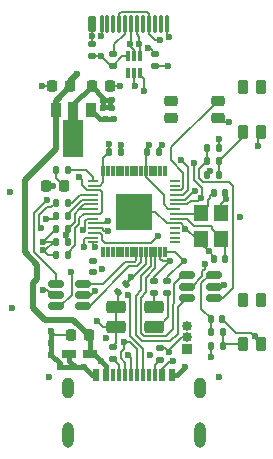
<source format=gbr>
G04 #@! TF.GenerationSoftware,KiCad,Pcbnew,8.0.5*
G04 #@! TF.CreationDate,2024-11-16T16:19:56+03:00*
G04 #@! TF.ProjectId,USB_duck_v2,5553425f-6475-4636-9b5f-76322e6b6963,rev?*
G04 #@! TF.SameCoordinates,Original*
G04 #@! TF.FileFunction,Copper,L1,Top*
G04 #@! TF.FilePolarity,Positive*
%FSLAX46Y46*%
G04 Gerber Fmt 4.6, Leading zero omitted, Abs format (unit mm)*
G04 Created by KiCad (PCBNEW 8.0.5) date 2024-11-16 16:19:56*
%MOMM*%
%LPD*%
G01*
G04 APERTURE LIST*
G04 Aperture macros list*
%AMRoundRect*
0 Rectangle with rounded corners*
0 $1 Rounding radius*
0 $2 $3 $4 $5 $6 $7 $8 $9 X,Y pos of 4 corners*
0 Add a 4 corners polygon primitive as box body*
4,1,4,$2,$3,$4,$5,$6,$7,$8,$9,$2,$3,0*
0 Add four circle primitives for the rounded corners*
1,1,$1+$1,$2,$3*
1,1,$1+$1,$4,$5*
1,1,$1+$1,$6,$7*
1,1,$1+$1,$8,$9*
0 Add four rect primitives between the rounded corners*
20,1,$1+$1,$2,$3,$4,$5,0*
20,1,$1+$1,$4,$5,$6,$7,0*
20,1,$1+$1,$6,$7,$8,$9,0*
20,1,$1+$1,$8,$9,$2,$3,0*%
%AMFreePoly0*
4,1,9,3.862500,-0.866500,0.737500,-0.866500,0.737500,-0.450000,-0.737500,-0.450000,-0.737500,0.450000,0.737500,0.450000,0.737500,0.866500,3.862500,0.866500,3.862500,-0.866500,3.862500,-0.866500,$1*%
G04 Aperture macros list end*
G04 #@! TA.AperFunction,SMDPad,CuDef*
%ADD10RoundRect,0.140000X-0.140000X-0.170000X0.140000X-0.170000X0.140000X0.170000X-0.140000X0.170000X0*%
G04 #@! TD*
G04 #@! TA.AperFunction,SMDPad,CuDef*
%ADD11RoundRect,0.135000X-0.135000X-0.185000X0.135000X-0.185000X0.135000X0.185000X-0.135000X0.185000X0*%
G04 #@! TD*
G04 #@! TA.AperFunction,SMDPad,CuDef*
%ADD12RoundRect,0.140000X0.140000X0.170000X-0.140000X0.170000X-0.140000X-0.170000X0.140000X-0.170000X0*%
G04 #@! TD*
G04 #@! TA.AperFunction,SMDPad,CuDef*
%ADD13RoundRect,0.225000X-0.225000X-0.250000X0.225000X-0.250000X0.225000X0.250000X-0.225000X0.250000X0*%
G04 #@! TD*
G04 #@! TA.AperFunction,SMDPad,CuDef*
%ADD14R,1.200000X1.400000*%
G04 #@! TD*
G04 #@! TA.AperFunction,SMDPad,CuDef*
%ADD15RoundRect,0.006000X0.094000X-0.414000X0.094000X0.414000X-0.094000X0.414000X-0.094000X-0.414000X0*%
G04 #@! TD*
G04 #@! TA.AperFunction,SMDPad,CuDef*
%ADD16RoundRect,0.020000X0.400000X-0.080000X0.400000X0.080000X-0.400000X0.080000X-0.400000X-0.080000X0*%
G04 #@! TD*
G04 #@! TA.AperFunction,SMDPad,CuDef*
%ADD17R,3.100000X3.100000*%
G04 #@! TD*
G04 #@! TA.AperFunction,SMDPad,CuDef*
%ADD18RoundRect,0.135000X-0.185000X0.135000X-0.185000X-0.135000X0.185000X-0.135000X0.185000X0.135000X0*%
G04 #@! TD*
G04 #@! TA.AperFunction,SMDPad,CuDef*
%ADD19RoundRect,0.225000X0.225000X-0.375000X0.225000X0.375000X-0.225000X0.375000X-0.225000X-0.375000X0*%
G04 #@! TD*
G04 #@! TA.AperFunction,SMDPad,CuDef*
%ADD20RoundRect,0.135000X0.185000X-0.135000X0.185000X0.135000X-0.185000X0.135000X-0.185000X-0.135000X0*%
G04 #@! TD*
G04 #@! TA.AperFunction,ComponentPad*
%ADD21R,0.850000X0.850000*%
G04 #@! TD*
G04 #@! TA.AperFunction,ComponentPad*
%ADD22O,0.850000X0.850000*%
G04 #@! TD*
G04 #@! TA.AperFunction,SMDPad,CuDef*
%ADD23RoundRect,0.225000X0.225000X0.250000X-0.225000X0.250000X-0.225000X-0.250000X0.225000X-0.250000X0*%
G04 #@! TD*
G04 #@! TA.AperFunction,SMDPad,CuDef*
%ADD24RoundRect,0.075000X-0.075000X-0.675000X0.075000X-0.675000X0.075000X0.675000X-0.075000X0.675000X0*%
G04 #@! TD*
G04 #@! TA.AperFunction,SMDPad,CuDef*
%ADD25RoundRect,0.175000X-0.175000X-0.525000X0.175000X-0.525000X0.175000X0.525000X-0.175000X0.525000X0*%
G04 #@! TD*
G04 #@! TA.AperFunction,SMDPad,CuDef*
%ADD26R,0.600000X1.100000*%
G04 #@! TD*
G04 #@! TA.AperFunction,SMDPad,CuDef*
%ADD27R,0.300000X1.100000*%
G04 #@! TD*
G04 #@! TA.AperFunction,ComponentPad*
%ADD28O,1.000000X1.800000*%
G04 #@! TD*
G04 #@! TA.AperFunction,ComponentPad*
%ADD29O,0.950000X2.150000*%
G04 #@! TD*
G04 #@! TA.AperFunction,SMDPad,CuDef*
%ADD30RoundRect,0.135000X0.135000X0.185000X-0.135000X0.185000X-0.135000X-0.185000X0.135000X-0.185000X0*%
G04 #@! TD*
G04 #@! TA.AperFunction,SMDPad,CuDef*
%ADD31RoundRect,0.225000X0.350000X0.225000X-0.350000X0.225000X-0.350000X-0.225000X0.350000X-0.225000X0*%
G04 #@! TD*
G04 #@! TA.AperFunction,SMDPad,CuDef*
%ADD32R,0.300000X0.850000*%
G04 #@! TD*
G04 #@! TA.AperFunction,SMDPad,CuDef*
%ADD33RoundRect,0.150000X0.512500X0.150000X-0.512500X0.150000X-0.512500X-0.150000X0.512500X-0.150000X0*%
G04 #@! TD*
G04 #@! TA.AperFunction,SMDPad,CuDef*
%ADD34RoundRect,0.140000X0.170000X-0.140000X0.170000X0.140000X-0.170000X0.140000X-0.170000X-0.140000X0*%
G04 #@! TD*
G04 #@! TA.AperFunction,SMDPad,CuDef*
%ADD35R,1.270000X0.760000*%
G04 #@! TD*
G04 #@! TA.AperFunction,SMDPad,CuDef*
%ADD36RoundRect,0.262500X-0.587500X-0.262500X0.587500X-0.262500X0.587500X0.262500X-0.587500X0.262500X0*%
G04 #@! TD*
G04 #@! TA.AperFunction,SMDPad,CuDef*
%ADD37RoundRect,0.140000X0.021213X-0.219203X0.219203X-0.021213X-0.021213X0.219203X-0.219203X0.021213X0*%
G04 #@! TD*
G04 #@! TA.AperFunction,SMDPad,CuDef*
%ADD38RoundRect,0.150000X-0.512500X-0.150000X0.512500X-0.150000X0.512500X0.150000X-0.512500X0.150000X0*%
G04 #@! TD*
G04 #@! TA.AperFunction,SMDPad,CuDef*
%ADD39R,0.900000X1.300000*%
G04 #@! TD*
G04 #@! TA.AperFunction,SMDPad,CuDef*
%ADD40FreePoly0,270.000000*%
G04 #@! TD*
G04 #@! TA.AperFunction,ViaPad*
%ADD41C,0.600000*%
G04 #@! TD*
G04 #@! TA.AperFunction,Conductor*
%ADD42C,0.400000*%
G04 #@! TD*
G04 #@! TA.AperFunction,Conductor*
%ADD43C,0.200000*%
G04 #@! TD*
G04 #@! TA.AperFunction,Conductor*
%ADD44C,0.500000*%
G04 #@! TD*
G04 APERTURE END LIST*
D10*
X-6580000Y-17300000D03*
X-5620000Y-17300000D03*
D11*
X-6610000Y-12300000D03*
X-5590000Y-12300000D03*
D12*
X-1120000Y-10800000D03*
X-2080000Y-10800000D03*
D11*
X6170000Y-12740000D03*
X7190000Y-12740000D03*
D13*
X-3575000Y-5200000D03*
X-2025000Y-5200000D03*
D14*
X7400000Y-18170000D03*
X7400000Y-15970000D03*
X5700000Y-15970000D03*
X5700000Y-18170000D03*
D15*
X-2600000Y-19285000D03*
X-2200000Y-19285000D03*
X-1800000Y-19285000D03*
X-1400000Y-19285000D03*
X-1000000Y-19285000D03*
X-600000Y-19285000D03*
X-200000Y-19285000D03*
X200000Y-19285000D03*
X600000Y-19285000D03*
X1000000Y-19285000D03*
X1400000Y-19285000D03*
X1800000Y-19285000D03*
X2200000Y-19285000D03*
X2600000Y-19285000D03*
D16*
X3435000Y-18450000D03*
X3435000Y-18050000D03*
X3435000Y-17650000D03*
X3435000Y-17250000D03*
X3435000Y-16850000D03*
X3435000Y-16450000D03*
X3435000Y-16050000D03*
X3435000Y-15650000D03*
X3435000Y-15250000D03*
X3435000Y-14850000D03*
X3435000Y-14450000D03*
X3435000Y-14050000D03*
X3435000Y-13650000D03*
X3435000Y-13250000D03*
D15*
X2600000Y-12415000D03*
X2200000Y-12415000D03*
X1800000Y-12415000D03*
X1400000Y-12415000D03*
X1000000Y-12415000D03*
X600000Y-12415000D03*
X200000Y-12415000D03*
X-200000Y-12415000D03*
X-600000Y-12415000D03*
X-1000000Y-12415000D03*
X-1400000Y-12415000D03*
X-1800000Y-12415000D03*
X-2200000Y-12415000D03*
X-2600000Y-12415000D03*
D16*
X-3435000Y-13250000D03*
X-3435000Y-13650000D03*
X-3435000Y-14050000D03*
X-3435000Y-14450000D03*
X-3435000Y-14850000D03*
X-3435000Y-15250000D03*
X-3435000Y-15650000D03*
X-3435000Y-16050000D03*
X-3435000Y-16450000D03*
X-3435000Y-16850000D03*
X-3435000Y-17250000D03*
X-3435000Y-17650000D03*
X-3435000Y-18050000D03*
X-3435000Y-18450000D03*
D17*
X0Y-15850000D03*
D18*
X-3600000Y-1690000D03*
X-3600000Y-2710000D03*
D19*
X9250000Y-9100000D03*
X10750000Y-9100000D03*
X9250000Y-5300000D03*
X10750000Y-5300000D03*
D20*
X2200000Y-28410000D03*
X2200000Y-27390000D03*
D21*
X4500000Y-27500000D03*
D22*
X4500000Y-26500000D03*
X4500000Y-25500000D03*
D23*
X-5400000Y-5200000D03*
X-6950000Y-5200000D03*
D24*
X-2750000Y0D03*
X-2250000Y0D03*
X-1750000Y0D03*
X-1250000Y0D03*
X-750000Y0D03*
X-250000Y0D03*
X250000Y0D03*
X750000Y0D03*
X1250000Y0D03*
X1750000Y0D03*
X2250000Y0D03*
X2750000Y0D03*
D25*
X-3600000Y50000D03*
D18*
X1800000Y-2490000D03*
X1800000Y-3510000D03*
X-1800000Y-2490000D03*
X-1800000Y-3510000D03*
D26*
X-3200000Y-29650000D03*
X-2400000Y-29650000D03*
D27*
X-1250000Y-29650000D03*
X-250000Y-29650000D03*
X250000Y-29650000D03*
X1250000Y-29650000D03*
D26*
X2400000Y-29650000D03*
X3200000Y-29650000D03*
X3200000Y-29650000D03*
X2400000Y-29650000D03*
D27*
X1750000Y-29650000D03*
X750000Y-29650000D03*
X-750000Y-29650000D03*
X-1750000Y-29650000D03*
D26*
X-2400000Y-29650000D03*
X-3200000Y-29650000D03*
D28*
X-5620000Y-30800000D03*
D29*
X-5620000Y-34800000D03*
D28*
X5620000Y-30800000D03*
D29*
X5620000Y-34800000D03*
D13*
X-7475000Y-13700000D03*
X-5925000Y-13700000D03*
D18*
X1700000Y-21690000D03*
X1700000Y-22710000D03*
D11*
X6170000Y-11590000D03*
X7190000Y-11590000D03*
D12*
X7730000Y-14270000D03*
X6770000Y-14270000D03*
D20*
X-1800000Y-28310000D03*
X-1800000Y-27290000D03*
D30*
X-5590000Y-15100000D03*
X-6610000Y-15100000D03*
D31*
X7075000Y-7950000D03*
X7075000Y-6450000D03*
X3125000Y-6450000D03*
X3125000Y-7950000D03*
D19*
X9250000Y-27100000D03*
X10750000Y-27100000D03*
X9250000Y-23300000D03*
X10750000Y-23300000D03*
D10*
X6200000Y-10490000D03*
X7160000Y-10490000D03*
D32*
X500000Y-2700000D03*
X0Y-2700000D03*
X-500000Y-2700000D03*
X-500000Y-4100000D03*
X0Y-4100000D03*
X500000Y-4100000D03*
D33*
X6737500Y-23150000D03*
X6737500Y-22200000D03*
X6737500Y-21250000D03*
X4462500Y-21250000D03*
X4462500Y-22200000D03*
X4462500Y-23150000D03*
D11*
X6490000Y-26050000D03*
X7510000Y-26050000D03*
D10*
X-6580000Y-18400000D03*
X-5620000Y-18400000D03*
D34*
X-3500000Y-20980000D03*
X-3500000Y-20020000D03*
D30*
X-5590000Y-16200000D03*
X-6610000Y-16200000D03*
D35*
X-5490000Y-27910000D03*
X-3710000Y-27910000D03*
D10*
X6770000Y-19870000D03*
X7730000Y-19870000D03*
D36*
X1700000Y-23940000D03*
X-1500000Y-23940000D03*
X1700000Y-25590000D03*
X-1500000Y-25590000D03*
D11*
X6490000Y-27200000D03*
X7510000Y-27200000D03*
D18*
X2800000Y-21690000D03*
X2800000Y-22710000D03*
D10*
X6520000Y-24950000D03*
X7480000Y-24950000D03*
D37*
X-1339411Y-22639411D03*
X-660589Y-21960589D03*
D38*
X-6600000Y-21950000D03*
X-6600000Y-22900000D03*
X-6600000Y-23850000D03*
X-4325000Y-23850000D03*
X-4325000Y-22900000D03*
X-4325000Y-21950000D03*
D23*
X-3825000Y-26310000D03*
X-5375000Y-26310000D03*
D39*
X-3650000Y-7250000D03*
D40*
X-5150000Y-7337500D03*
D39*
X-6650000Y-7250000D03*
D10*
X-6580000Y-19500000D03*
X-5620000Y-19500000D03*
D12*
X2080000Y-10800000D03*
X1120000Y-10800000D03*
D41*
X-5100000Y-28900000D03*
X-7698911Y-22500500D03*
X7600000Y-22100000D03*
X-2800000Y-2700000D03*
X-2700000Y-20700000D03*
X-10300000Y-24000000D03*
X-7000000Y-28000000D03*
X2900000Y-3500000D03*
X-7200000Y-29900000D03*
X-1700000Y-8000000D03*
X-7000000Y-27000000D03*
X-6300000Y-29000000D03*
X7800000Y-14800000D03*
X7200000Y-29900000D03*
X8000000Y-8300000D03*
X-2400000Y-8000000D03*
X-7800000Y-5200000D03*
X-1100000Y-10200000D03*
X10200000Y-26400000D03*
X7210000Y-9700000D03*
X4354500Y-17321236D03*
X-4200000Y-29000000D03*
X-6900000Y-13700000D03*
X-7699500Y-19100000D03*
X-1200000Y-5200000D03*
X-10500000Y-14200000D03*
X-7699500Y-18406374D03*
X-2800000Y-1000000D03*
X-3100000Y-25100000D03*
X2390000Y-10180000D03*
X2985061Y-27765141D03*
X4300000Y-29000000D03*
X10500000Y-10300000D03*
X-7000000Y-26000000D03*
X6310000Y-19180000D03*
X2947060Y-1074626D03*
X-5770000Y-17850000D03*
X5978819Y-20321888D03*
X-2110000Y-10110000D03*
X9000000Y-16300000D03*
X-2600000Y-6400000D03*
X-3323911Y-22576089D03*
X-2600000Y-7100000D03*
X6500000Y-28200000D03*
X1270000Y-10190000D03*
X-5791393Y-13440311D03*
X-1900000Y-7100000D03*
X-1900000Y-6400000D03*
X6439331Y-12395720D03*
X-250500Y-21400000D03*
X3300000Y-28500000D03*
X-2800000Y-28500000D03*
X2200181Y-1359891D03*
X-4800000Y-4200000D03*
X-7400000Y-14900000D03*
X-5325000Y-20975000D03*
X453710Y-1644849D03*
X-350500Y-1700000D03*
X1380000Y-27999500D03*
X-7900000Y-17210000D03*
X813966Y-5670000D03*
X114474Y-5200000D03*
X-2371844Y-26559461D03*
X-7450500Y-16480000D03*
X-480000Y-22900000D03*
X-536944Y-28000500D03*
X-854406Y-26923008D03*
X1170000Y-2000000D03*
X-3600000Y-1000000D03*
X-3304891Y-18890000D03*
X3068920Y-20038067D03*
X4214183Y-20014183D03*
X5146791Y-14127145D03*
X3974265Y-11525735D03*
X-4343712Y-17437927D03*
X-2200001Y-16611853D03*
X-2241628Y-17468223D03*
X2034658Y-17925818D03*
X-4215496Y-18883700D03*
X5679182Y-14724274D03*
X-4700000Y-12900000D03*
X5100000Y-11700000D03*
D42*
X-2400000Y-8000000D02*
X-1700000Y-8000000D01*
D43*
X2609920Y-27390000D02*
X2200000Y-27390000D01*
D42*
X-5100000Y-28900000D02*
X-5200000Y-29000000D01*
D43*
X-2610000Y-25590000D02*
X-3100000Y-25100000D01*
D42*
X-7000000Y-28000000D02*
X-7000000Y-27000000D01*
D43*
X-7475000Y-13700000D02*
X-6900000Y-13700000D01*
D42*
X3650000Y-29650000D02*
X3200000Y-29650000D01*
D43*
X-3600000Y-2710000D02*
X-2810000Y-2710000D01*
X8630000Y-26100000D02*
X7480000Y-24950000D01*
X4354500Y-17321236D02*
X4354500Y-17236952D01*
X-7299500Y-19500000D02*
X-6580000Y-19500000D01*
X10500000Y-9350000D02*
X10750000Y-9100000D01*
X2947060Y-1074626D02*
X2750000Y-877566D01*
D42*
X-2900000Y-8000000D02*
X-3650000Y-7250000D01*
X-7000000Y-27000000D02*
X-7000000Y-26000000D01*
X-2400000Y-8000000D02*
X-2900000Y-8000000D01*
X-4200000Y-29000000D02*
X-5000000Y-29000000D01*
X-3550000Y-29650000D02*
X-3200000Y-29650000D01*
D43*
X-1120000Y-10220000D02*
X-1120000Y-10800000D01*
X-6580000Y-18400000D02*
X-6800000Y-18400000D01*
X-6948896Y-22900000D02*
X-6600000Y-22900000D01*
X-5375000Y-26310000D02*
X-6690000Y-26310000D01*
D42*
X-5100000Y-28900000D02*
X-5490000Y-28510000D01*
D43*
X-7500000Y-19100000D02*
X-6800000Y-18400000D01*
X10200000Y-26550000D02*
X10750000Y-27100000D01*
X-7699500Y-18406374D02*
X-7693126Y-18400000D01*
X-1200000Y-5200000D02*
X-2025000Y-5200000D01*
X5217548Y-18100000D02*
X4438784Y-17321236D01*
X-1990000Y-3510000D02*
X-2800000Y-2700000D01*
X7425000Y-8300000D02*
X7075000Y-7950000D01*
X8000000Y-8300000D02*
X7425000Y-8300000D01*
X-1100000Y-10200000D02*
X-1120000Y-10220000D01*
X-7699500Y-19100000D02*
X-7299500Y-19500000D01*
X4050000Y-26500000D02*
X4500000Y-26500000D01*
X-7698911Y-22500500D02*
X-7348396Y-22500500D01*
X2080000Y-10490000D02*
X2080000Y-10800000D01*
X-2750000Y-950000D02*
X-2800000Y-1000000D01*
X6310000Y-19180000D02*
X5700000Y-18570000D01*
X-1800000Y-3510000D02*
X-1990000Y-3510000D01*
D42*
X-4200000Y-29000000D02*
X-3550000Y-29650000D01*
D43*
X2750000Y-16850000D02*
X3435000Y-16850000D01*
X-1500000Y-26990000D02*
X-1800000Y-27290000D01*
D42*
X-6300000Y-29000000D02*
X-6300000Y-28700000D01*
D43*
X-7348396Y-22500500D02*
X-6948896Y-22900000D01*
X-2810000Y-2710000D02*
X-2800000Y-2700000D01*
X10200000Y-26400000D02*
X10200000Y-26550000D01*
X7210000Y-10440000D02*
X7160000Y-10490000D01*
X7400000Y-15200000D02*
X7800000Y-14800000D01*
X-1500000Y-25590000D02*
X-2610000Y-25590000D01*
X3967548Y-16850000D02*
X3435000Y-16850000D01*
X0Y-15850000D02*
X1750000Y-15850000D01*
X5700000Y-18570000D02*
X5700000Y-18100000D01*
D42*
X4300000Y-29000000D02*
X3650000Y-29650000D01*
D43*
X-1500000Y-25590000D02*
X-1500000Y-23940000D01*
X1800000Y-3510000D02*
X2890000Y-3510000D01*
X1750000Y-15850000D02*
X2750000Y-16850000D01*
X2890000Y-3510000D02*
X2900000Y-3500000D01*
X-7686374Y-18406374D02*
X-6580000Y-17300000D01*
X7600000Y-22100000D02*
X6837500Y-22100000D01*
X7210000Y-9700000D02*
X7210000Y-10440000D01*
X2750000Y-877566D02*
X2750000Y0D01*
X2985061Y-27765141D02*
X2985061Y-27564939D01*
X-2750000Y0D02*
X-2750000Y-950000D01*
X6720000Y-19590000D02*
X6310000Y-19180000D01*
X10500000Y-10300000D02*
X10500000Y-9350000D01*
X-6690000Y-26310000D02*
X-7000000Y-26000000D01*
X2390000Y-10180000D02*
X2080000Y-10490000D01*
D42*
X-5490000Y-28510000D02*
X-5490000Y-27910000D01*
D43*
X-1339411Y-22639411D02*
X-1339411Y-23779411D01*
X7800000Y-14800000D02*
X7800000Y-14320000D01*
X-500000Y-2700000D02*
X-990000Y-2700000D01*
D42*
X-6300000Y-28700000D02*
X-7000000Y-28000000D01*
D43*
X2985061Y-27564939D02*
X4050000Y-26500000D01*
X-7699500Y-19100000D02*
X-7500000Y-19100000D01*
X-1500000Y-25590000D02*
X-1500000Y-26990000D01*
X4438784Y-17321236D02*
X4354500Y-17321236D01*
X6720000Y-19800000D02*
X6720000Y-19590000D01*
X-7693126Y-18400000D02*
X-6800000Y-18400000D01*
X7400000Y-15970000D02*
X7400000Y-15200000D01*
X2985061Y-27765141D02*
X2609920Y-27390000D01*
X6837500Y-22100000D02*
X6737500Y-22200000D01*
D42*
X-5000000Y-29000000D02*
X-5100000Y-28900000D01*
X-5200000Y-29000000D02*
X-6300000Y-29000000D01*
D43*
X5700000Y-18100000D02*
X5217548Y-18100000D01*
X-6950000Y-5200000D02*
X-7800000Y-5200000D01*
X-7699500Y-18406374D02*
X-7686374Y-18406374D01*
X7800000Y-14320000D02*
X7680000Y-14200000D01*
X-1339411Y-23779411D02*
X-1500000Y-23940000D01*
X-990000Y-2700000D02*
X-1800000Y-3510000D01*
X9900000Y-26100000D02*
X8630000Y-26100000D01*
X10200000Y-26400000D02*
X9900000Y-26100000D01*
X4354500Y-17236952D02*
X3967548Y-16850000D01*
D42*
X-2000000Y-7000000D02*
X-2500000Y-7000000D01*
D43*
X4872918Y-22200000D02*
X4462500Y-22200000D01*
X-5791393Y-13566393D02*
X-5925000Y-13700000D01*
X5775000Y-20913604D02*
X5775000Y-21297918D01*
X5978819Y-20709785D02*
X5775000Y-20913604D01*
X-2110000Y-10770000D02*
X-2080000Y-10800000D01*
X-500000Y-21720000D02*
X-420000Y-21720000D01*
D42*
X-1900000Y-6400000D02*
X-2000000Y-6500000D01*
D43*
X-2901896Y-13650000D02*
X-2600000Y-13348104D01*
D42*
X-2000000Y-6500000D02*
X-2000000Y-7000000D01*
D43*
X1000000Y-10920000D02*
X1000000Y-12415000D01*
D42*
X-2000000Y-7000000D02*
X-1900000Y-7100000D01*
D43*
X3445Y-21320000D02*
X1000000Y-20323445D01*
X1120000Y-10340000D02*
X1120000Y-10800000D01*
X6439331Y-12395720D02*
X6439331Y-12470669D01*
X-6610000Y-13015000D02*
X-5925000Y-13700000D01*
X-3435000Y-15650000D02*
X-4629314Y-15650000D01*
X-2080000Y-10800000D02*
X-2600000Y-11320000D01*
X2500000Y-14455916D02*
X1000000Y-12955916D01*
X-5020000Y-16040686D02*
X-5020000Y-16700000D01*
X-20000Y-21320000D02*
X3445Y-21320000D01*
X-3435000Y-13650000D02*
X-2901896Y-13650000D01*
X-4229314Y-15250000D02*
X-4639657Y-15660343D01*
X-250500Y-21470500D02*
X-500000Y-21720000D01*
X5775000Y-21297918D02*
X4872918Y-22200000D01*
X-2600000Y-11320000D02*
X-2600000Y-12415000D01*
X-3323911Y-22576089D02*
X-3647822Y-22900000D01*
X-4629314Y-15650000D02*
X-4639657Y-15660343D01*
D42*
X-2600000Y-6400000D02*
X-2600000Y-7100000D01*
D43*
X6490000Y-28190000D02*
X6490000Y-27200000D01*
X3435000Y-15650000D02*
X2901896Y-15650000D01*
X-4639657Y-15660343D02*
X-5020000Y-16040686D01*
X-3647822Y-22900000D02*
X-4325000Y-22900000D01*
X6500000Y-28200000D02*
X6490000Y-28190000D01*
D42*
X-2600000Y-6400000D02*
X-2600000Y-6200000D01*
X-5150000Y-7337500D02*
X-5150000Y-6775000D01*
D43*
X1270000Y-10190000D02*
X1120000Y-10340000D01*
X-3435000Y-15250000D02*
X-4229314Y-15250000D01*
X-5791393Y-13440311D02*
X-5791393Y-13566393D01*
X5978819Y-20321888D02*
X5978819Y-20709785D01*
X2500000Y-15248104D02*
X2500000Y-14455916D01*
X1000000Y-20323445D02*
X1000000Y-19285000D01*
X1120000Y-10800000D02*
X1000000Y-10920000D01*
X-5770000Y-17850000D02*
X-5620000Y-17700000D01*
X-2110000Y-10110000D02*
X-2110000Y-10770000D01*
D42*
X-2600000Y-6400000D02*
X-1900000Y-6400000D01*
D43*
X2901896Y-15650000D02*
X2500000Y-15248104D01*
X-2600000Y-13348104D02*
X-2600000Y-12415000D01*
X-5020000Y-16700000D02*
X-5620000Y-17300000D01*
X-5700000Y-18400000D02*
X-5620000Y-18400000D01*
D42*
X-2500000Y-7000000D02*
X-2600000Y-7100000D01*
D43*
X-420000Y-21720000D02*
X-20000Y-21320000D01*
X-5620000Y-17700000D02*
X-5620000Y-17300000D01*
D42*
X-3575000Y-5225000D02*
X-3575000Y-5200000D01*
D43*
X-250500Y-21400000D02*
X-250500Y-21470500D01*
X-5770000Y-18330000D02*
X-5700000Y-18400000D01*
D42*
X-5150000Y-6775000D02*
X-3575000Y-5200000D01*
D43*
X-5770000Y-17850000D02*
X-5770000Y-18330000D01*
X1000000Y-12955916D02*
X1000000Y-12415000D01*
X6439331Y-12470669D02*
X6170000Y-12740000D01*
X-6610000Y-12300000D02*
X-6610000Y-13015000D01*
D42*
X-2600000Y-6200000D02*
X-3575000Y-5225000D01*
D44*
X-9247033Y-19305785D02*
X-9247033Y-13137033D01*
X-6650000Y-6450000D02*
X-6650000Y-7250000D01*
D43*
X-1250000Y865165D02*
X-1065165Y1050000D01*
D44*
X-8210000Y-21550000D02*
X-8210000Y-20342818D01*
D43*
X1794206Y-1359891D02*
X1250000Y-815685D01*
D44*
X-8570000Y-23990000D02*
X-8570000Y-21910000D01*
X-5400000Y-4800000D02*
X-5400000Y-5200000D01*
D43*
X3300000Y-28500000D02*
X3050000Y-28500000D01*
D42*
X-2400000Y-28900000D02*
X-2800000Y-28500000D01*
D44*
X-8210000Y-20342818D02*
X-9247033Y-19305785D01*
X-6650000Y-10540000D02*
X-6650000Y-7250000D01*
D43*
X3050000Y-28500000D02*
X2400000Y-29150000D01*
D44*
X-5400000Y-5200000D02*
X-6650000Y-6450000D01*
X-7560000Y-25000000D02*
X-8570000Y-23990000D01*
D43*
X2200181Y-1359891D02*
X1794206Y-1359891D01*
D44*
X-8570000Y-21910000D02*
X-8210000Y-21550000D01*
D43*
X-1065165Y1050000D02*
X1100000Y1050000D01*
X1100000Y1050000D02*
X1250000Y900000D01*
D42*
X-2400000Y-29650000D02*
X-2400000Y-28900000D01*
D43*
X1250000Y900000D02*
X1250000Y0D01*
D44*
X-5135000Y-25000000D02*
X-7560000Y-25000000D01*
D42*
X-3710000Y-27910000D02*
X-3710000Y-26425000D01*
X-2800000Y-28500000D02*
X-3390000Y-27910000D01*
D44*
X-4800000Y-4200000D02*
X-5400000Y-4800000D01*
D43*
X1250000Y-815685D02*
X1250000Y0D01*
X-3710000Y-26425000D02*
X-3825000Y-26310000D01*
D44*
X-9247033Y-13137033D02*
X-6650000Y-10540000D01*
D43*
X2400000Y-29150000D02*
X2400000Y-29650000D01*
D42*
X-3390000Y-27910000D02*
X-3710000Y-27910000D01*
D44*
X-3825000Y-26310000D02*
X-5135000Y-25000000D01*
D43*
X-1250000Y0D02*
X-1250000Y865165D01*
X4450000Y-16450000D02*
X3435000Y-16450000D01*
X7680000Y-18430000D02*
X6600000Y-17350000D01*
X5100000Y-17100000D02*
X4450000Y-16450000D01*
X7680000Y-19600000D02*
X7680000Y-18430000D01*
X6530000Y-17100000D02*
X5100000Y-17100000D01*
X6600000Y-17350000D02*
X6600000Y-17170000D01*
X6600000Y-17170000D02*
X6530000Y-17100000D01*
X6390637Y-14710069D02*
X6270000Y-14830706D01*
X5620000Y-16050000D02*
X3435000Y-16050000D01*
X6390637Y-14529363D02*
X6390637Y-14710069D01*
X6270000Y-14830706D02*
X6270000Y-15400000D01*
X6720000Y-14200000D02*
X6390637Y-14529363D01*
X6270000Y-15400000D02*
X5620000Y-16050000D01*
X-6600000Y-21950000D02*
X-6600000Y-21175000D01*
X-6600000Y-21175000D02*
X-8500000Y-19275000D01*
X-8500000Y-16000000D02*
X-7400000Y-14900000D01*
X-8500000Y-19275000D02*
X-8500000Y-16000000D01*
X-5287500Y-21012500D02*
X-5287500Y-22886396D01*
X-6251104Y-23850000D02*
X-6600000Y-23850000D01*
X-5287500Y-22886396D02*
X-6251104Y-23850000D01*
X-5325000Y-20975000D02*
X-5287500Y-21012500D01*
X5851076Y-13360000D02*
X8060000Y-13360000D01*
X8400000Y-13700000D02*
X8400000Y-22300000D01*
X6200000Y-11560000D02*
X5500000Y-12260000D01*
X7550000Y-23150000D02*
X6737500Y-23150000D01*
X5500000Y-13008924D02*
X5851076Y-13360000D01*
X5500000Y-12260000D02*
X5500000Y-13008924D01*
X6200000Y-10490000D02*
X6200000Y-11560000D01*
X8060000Y-13360000D02*
X8400000Y-13700000D01*
X8400000Y-22300000D02*
X7550000Y-23150000D01*
X5700000Y-24100000D02*
X6500000Y-24900000D01*
X6500000Y-24900000D02*
X6500000Y-26040000D01*
X6500000Y-26040000D02*
X6490000Y-26050000D01*
X5700000Y-21938604D02*
X5700000Y-24100000D01*
X6388604Y-21250000D02*
X5700000Y-21938604D01*
X6737500Y-21250000D02*
X6388604Y-21250000D01*
X1700000Y-22710000D02*
X1700000Y-23940000D01*
X2800000Y-22710000D02*
X2900000Y-22810000D01*
X2110000Y-25590000D02*
X1700000Y-25590000D01*
X2900000Y-24800000D02*
X2110000Y-25590000D01*
X2900000Y-22810000D02*
X2900000Y-24800000D01*
X250000Y-835000D02*
X250000Y0D01*
X453710Y-1644849D02*
X453710Y-1038710D01*
X453710Y-1038710D02*
X250000Y-835000D01*
X500000Y-1691139D02*
X500000Y-2700000D01*
X453710Y-1644849D02*
X500000Y-1691139D01*
X-300000Y-1900000D02*
X0Y-2200000D01*
X-300000Y-1750500D02*
X-300000Y-1900000D01*
X-350500Y-1700000D02*
X-250000Y-1599500D01*
X-350500Y-1700000D02*
X-300000Y-1750500D01*
X0Y-2200000D02*
X0Y-2700000D01*
X-250000Y-1599500D02*
X-250000Y0D01*
X-8050000Y-17060000D02*
X-8050000Y-16150000D01*
X813966Y-4613966D02*
X500000Y-4300000D01*
X-7900000Y-17210000D02*
X-8050000Y-17060000D01*
X-8050000Y-16150000D02*
X-7400000Y-15500000D01*
X-7010000Y-15500000D02*
X-6610000Y-15100000D01*
X500000Y-4300000D02*
X500000Y-4100000D01*
X813966Y-5670000D02*
X813966Y-4613966D01*
X-7400000Y-15500000D02*
X-7010000Y-15500000D01*
X-6890000Y-16480000D02*
X-6610000Y-16200000D01*
X0Y-5085526D02*
X0Y-4100000D01*
X114474Y-5200000D02*
X0Y-5085526D01*
X-7450500Y-16480000D02*
X-6890000Y-16480000D01*
X750000Y-27449119D02*
X750000Y-29650000D01*
X-250000Y-28287444D02*
X-250000Y-29650000D01*
X-350000Y-23030000D02*
X-350000Y-26349119D01*
X-480000Y-22900000D02*
X-350000Y-23030000D01*
X-536944Y-28000500D02*
X-250000Y-28287444D01*
X-350000Y-26349119D02*
X750000Y-27449119D01*
X-854406Y-26923008D02*
X-341797Y-26923008D01*
X250000Y-27514805D02*
X250000Y-29650000D01*
X-341797Y-26923008D02*
X250000Y-27514805D01*
X-1136944Y-27751971D02*
X-1136944Y-28277818D01*
X-854406Y-27469433D02*
X-1136944Y-27751971D01*
X-854406Y-26923008D02*
X-854406Y-27469433D01*
X-1136944Y-28277818D02*
X-750000Y-28664762D01*
X-750000Y-28664762D02*
X-750000Y-29650000D01*
X-1669670Y-2359670D02*
X-1800000Y-2490000D01*
X-1669670Y-1700000D02*
X-750000Y-780330D01*
X-750000Y-780330D02*
X-750000Y0D01*
X-1669670Y-1700000D02*
X-1669670Y-2359670D01*
X1170000Y-2000000D02*
X1310000Y-2000000D01*
X1310000Y-2000000D02*
X1800000Y-2490000D01*
X-3600000Y-1000000D02*
X-3600000Y-1690000D01*
X-3600000Y50000D02*
X-3600000Y-1000000D01*
X-1300000Y-28810000D02*
X-1300000Y-29600000D01*
X-1800000Y-28310000D02*
X-1300000Y-28810000D01*
X-1300000Y-29600000D02*
X-1250000Y-29650000D01*
X2200000Y-28410000D02*
X1750000Y-28860000D01*
X1750000Y-28860000D02*
X1750000Y-29650000D01*
X-3435000Y-18759891D02*
X-3435000Y-18450000D01*
X-3304891Y-18890000D02*
X-3435000Y-18759891D01*
X-4570503Y-14450000D02*
X-5220503Y-15100000D01*
X-5220503Y-15100000D02*
X-5590000Y-15100000D01*
X-3435000Y-14450000D02*
X-4570503Y-14450000D01*
X-5590000Y-16035183D02*
X-4404817Y-14850000D01*
X-4404817Y-14850000D02*
X-3435000Y-14850000D01*
X-5590000Y-16200000D02*
X-5590000Y-16035183D01*
X-4100000Y-12300000D02*
X-3435000Y-12965000D01*
X-3435000Y-12965000D02*
X-3435000Y-13250000D01*
X-5590000Y-12300000D02*
X-4100000Y-12300000D01*
X9250000Y-9530000D02*
X9250000Y-9100000D01*
X7190000Y-12740000D02*
X7190000Y-11590000D01*
X7190000Y-11590000D02*
X9250000Y-9530000D01*
X7510000Y-27200000D02*
X7510000Y-26050000D01*
X9250000Y-27100000D02*
X7610000Y-27100000D01*
X7610000Y-27100000D02*
X7510000Y-27200000D01*
X2412318Y-20038067D02*
X2200000Y-19825749D01*
X3068920Y-20038067D02*
X1700000Y-21406987D01*
X3068920Y-20038067D02*
X2412318Y-20038067D01*
X2200000Y-19825749D02*
X2200000Y-19285000D01*
X1700000Y-21406987D02*
X1700000Y-21690000D01*
X4214183Y-20014183D02*
X2800000Y-21428366D01*
X3485000Y-19285000D02*
X2600000Y-19285000D01*
X2800000Y-21428366D02*
X2800000Y-21690000D01*
X4214183Y-20014183D02*
X3485000Y-19285000D01*
X3967548Y-14050000D02*
X3435000Y-14050000D01*
X3125000Y-11525000D02*
X4155000Y-12555000D01*
X4155000Y-12555000D02*
X4155000Y-13862548D01*
X7075000Y-6450000D02*
X3125000Y-10400000D01*
X4155000Y-13862548D02*
X3967548Y-14050000D01*
X3125000Y-10400000D02*
X3125000Y-11525000D01*
X92073Y-20100000D02*
X-800000Y-20100000D01*
X200000Y-19992073D02*
X92073Y-20100000D01*
X-2650000Y-21950000D02*
X-4325000Y-21950000D01*
X200000Y-19285000D02*
X200000Y-19992073D01*
X-800000Y-20100000D02*
X-2650000Y-21950000D01*
X257758Y-20500000D02*
X-400000Y-20500000D01*
X-3750000Y-23850000D02*
X-4325000Y-23850000D01*
X600000Y-20157759D02*
X257758Y-20500000D01*
X600000Y-19285000D02*
X600000Y-20157759D01*
X-400000Y-20500000D02*
X-3750000Y-23850000D01*
X3700000Y-26200000D02*
X3700000Y-23912500D01*
X3700000Y-23912500D02*
X4462500Y-23150000D01*
X600000Y-22534314D02*
X150000Y-22984314D01*
X600000Y-21289131D02*
X600000Y-22534314D01*
X150000Y-22984314D02*
X150000Y-26283433D01*
X1400000Y-19285000D02*
X1400000Y-20489131D01*
X3085000Y-26815000D02*
X3700000Y-26200000D01*
X681567Y-26815000D02*
X3085000Y-26815000D01*
X1400000Y-20489131D02*
X600000Y-21289131D01*
X150000Y-26283433D02*
X681567Y-26815000D01*
X4113604Y-21250000D02*
X3400000Y-21963604D01*
X3400000Y-22374817D02*
X3420000Y-22394817D01*
X3300000Y-23746815D02*
X3300000Y-25800000D01*
X3420000Y-22394817D02*
X3420000Y-23626815D01*
X3300000Y-25800000D02*
X2685000Y-26415000D01*
X550000Y-26117747D02*
X550000Y-23150000D01*
X3400000Y-21963604D02*
X3400000Y-22374817D01*
X3420000Y-23626815D02*
X3300000Y-23746815D01*
X550000Y-23150000D02*
X1000000Y-22700000D01*
X847253Y-26415000D02*
X550000Y-26117747D01*
X4462500Y-21250000D02*
X4113604Y-21250000D01*
X1800000Y-20654817D02*
X1800000Y-19285000D01*
X1000000Y-22700000D02*
X1000000Y-21454817D01*
X1000000Y-21454817D02*
X1800000Y-20654817D01*
X2685000Y-26415000D02*
X847253Y-26415000D01*
X5077170Y-14127145D02*
X4354315Y-14850000D01*
X5146791Y-14127145D02*
X5077170Y-14127145D01*
X4354315Y-14850000D02*
X3435000Y-14850000D01*
X3974265Y-11525735D02*
X4555000Y-12106470D01*
X4133234Y-14450000D02*
X3435000Y-14450000D01*
X4555000Y-14028233D02*
X4133234Y-14450000D01*
X4555000Y-12106470D02*
X4555000Y-14028233D01*
X-4155000Y-17249215D02*
X-4155000Y-16636896D01*
X-3968104Y-16450000D02*
X-3435000Y-16450000D01*
X-4343712Y-17437927D02*
X-4155000Y-17249215D01*
X-4155000Y-16636896D02*
X-3968104Y-16450000D01*
X-2200001Y-16611853D02*
X-2272507Y-16611853D01*
X-2272507Y-16611853D02*
X-2510654Y-16850000D01*
X-2510654Y-16850000D02*
X-3435000Y-16850000D01*
X-2241628Y-17468223D02*
X-2517987Y-17468223D01*
X-2517987Y-17468223D02*
X-2736210Y-17250000D01*
X-2736210Y-17250000D02*
X-3435000Y-17250000D01*
X-2715000Y-17836896D02*
X-2901896Y-17650000D01*
X2034658Y-17925818D02*
X1460476Y-18500000D01*
X-2901896Y-17650000D02*
X-3435000Y-17650000D01*
X1460476Y-18500000D02*
X-2500000Y-18500000D01*
X-2500000Y-18500000D02*
X-2715000Y-18285000D01*
X-2715000Y-18285000D02*
X-2715000Y-17836896D01*
X-4215496Y-18883700D02*
X-4215496Y-18181182D01*
X-4084314Y-18050000D02*
X-3435000Y-18050000D01*
X-4215496Y-18181182D02*
X-4084314Y-18050000D01*
X-4400000Y-13200000D02*
X-4400000Y-13618104D01*
X5679182Y-14724274D02*
X5433456Y-14970000D01*
X-5620000Y-19336134D02*
X-5000000Y-18716134D01*
X-4620000Y-16420000D02*
X-4250000Y-16050000D01*
X-2715000Y-14236896D02*
X-2901896Y-14050000D01*
X4800000Y-14970000D02*
X4520000Y-15250000D01*
X5679182Y-14724274D02*
X5746791Y-14656665D01*
X-4400000Y-13618104D02*
X-3968104Y-14050000D01*
X5746791Y-13821401D02*
X5100000Y-13174610D01*
X-4620000Y-16865686D02*
X-4620000Y-16420000D01*
X-5000000Y-18716134D02*
X-5000000Y-17245686D01*
X-2901896Y-14050000D02*
X-3435000Y-14050000D01*
X5433456Y-14970000D02*
X4800000Y-14970000D01*
X-2715000Y-15863104D02*
X-2715000Y-14236896D01*
X5746791Y-14656665D02*
X5746791Y-13821401D01*
X-2901896Y-16050000D02*
X-2715000Y-15863104D01*
X-4700000Y-12900000D02*
X-4400000Y-13200000D01*
X-4250000Y-16050000D02*
X-3435000Y-16050000D01*
X-3968104Y-14050000D02*
X-3435000Y-14050000D01*
X4520000Y-15250000D02*
X3435000Y-15250000D01*
X-5000000Y-17245686D02*
X-4620000Y-16865686D01*
X5100000Y-13174610D02*
X5100000Y-11700000D01*
X-3435000Y-16050000D02*
X-2901896Y-16050000D01*
X-5620000Y-19500000D02*
X-5620000Y-19336134D01*
M02*

</source>
